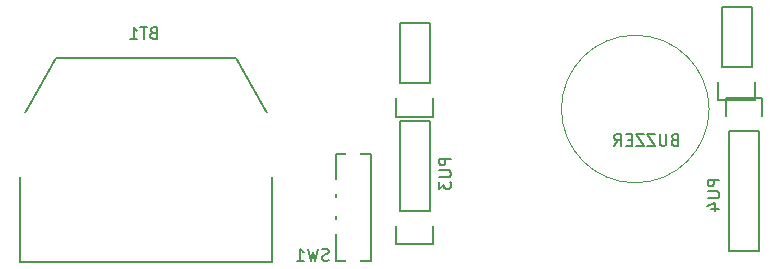
<source format=gbr>
G04 #@! TF.FileFunction,Legend,Bot*
%FSLAX46Y46*%
G04 Gerber Fmt 4.6, Leading zero omitted, Abs format (unit mm)*
G04 Created by KiCad (PCBNEW 4.0.2+dfsg1-stable) date Fri 06 Oct 2017 12:43:40 PM EEST*
%MOMM*%
G01*
G04 APERTURE LIST*
%ADD10C,0.100000*%
%ADD11C,0.150000*%
%ADD12C,1.924000*%
%ADD13R,2.432000X2.127200*%
%ADD14O,2.432000X2.127200*%
%ADD15R,2.127200X2.432000*%
%ADD16O,2.127200X2.432000*%
%ADD17O,0.900000X11.400000*%
%ADD18R,1.670000X5.480000*%
%ADD19R,8.400000X10.400000*%
%ADD20R,1.500000X1.200000*%
%ADD21R,1.500000X1.600000*%
%ADD22R,1.300000X1.600000*%
G04 APERTURE END LIST*
D10*
X155475000Y-67310000D02*
G75*
G03X155475000Y-67310000I-6250000J0D01*
G01*
D11*
X159347500Y-65024000D02*
X159347500Y-66574000D01*
X159347500Y-66574000D02*
X156247500Y-66574000D01*
X156247500Y-66574000D02*
X156247500Y-65024000D01*
X159067500Y-63754000D02*
X159067500Y-58674000D01*
X159067500Y-58674000D02*
X156527500Y-58674000D01*
X156527500Y-58674000D02*
X156527500Y-63754000D01*
X156527500Y-63754000D02*
X159067500Y-63754000D01*
X132106000Y-66421000D02*
X132106000Y-67971000D01*
X132106000Y-67971000D02*
X129006000Y-67971000D01*
X129006000Y-67971000D02*
X129006000Y-66421000D01*
X131826000Y-65151000D02*
X131826000Y-60071000D01*
X131826000Y-60071000D02*
X129286000Y-60071000D01*
X129286000Y-60071000D02*
X129286000Y-65151000D01*
X129286000Y-65151000D02*
X131826000Y-65151000D01*
X131826000Y-75946000D02*
X131826000Y-68326000D01*
X129286000Y-75946000D02*
X129286000Y-68326000D01*
X129006000Y-78766000D02*
X129006000Y-77216000D01*
X131826000Y-68326000D02*
X129286000Y-68326000D01*
X129286000Y-75946000D02*
X131826000Y-75946000D01*
X132106000Y-77216000D02*
X132106000Y-78766000D01*
X132106000Y-78766000D02*
X129006000Y-78766000D01*
X159702500Y-69215000D02*
X159702500Y-79375000D01*
X159702500Y-79375000D02*
X157162500Y-79375000D01*
X157162500Y-79375000D02*
X157162500Y-69215000D01*
X159982500Y-66395000D02*
X159982500Y-67945000D01*
X159702500Y-69215000D02*
X157162500Y-69215000D01*
X156882500Y-67945000D02*
X156882500Y-66395000D01*
X156882500Y-66395000D02*
X159982500Y-66395000D01*
X118427500Y-68427600D02*
X115379500Y-62966600D01*
X118427500Y-80238600D02*
X118427500Y-68427600D01*
X97091500Y-80238600D02*
X97091500Y-68427600D01*
X97091500Y-68427600D02*
X100139500Y-62966600D01*
X107759500Y-80238600D02*
X118364000Y-80238600D01*
X97155000Y-80238600D02*
X107759500Y-80238600D01*
X100139500Y-62966600D02*
X107759500Y-62966600D01*
X107759500Y-62966600D02*
X115379500Y-62966600D01*
X123875800Y-80149700D02*
X126873000Y-80149700D01*
X126873000Y-80149700D02*
X126873000Y-71107300D01*
X123875800Y-71107300D02*
X126873000Y-71107300D01*
X123875800Y-72428100D02*
X123875800Y-80149700D01*
X123875800Y-72428100D02*
X123875800Y-71107300D01*
X152534642Y-69905571D02*
X152391785Y-69953190D01*
X152344166Y-70000810D01*
X152296547Y-70096048D01*
X152296547Y-70238905D01*
X152344166Y-70334143D01*
X152391785Y-70381762D01*
X152487023Y-70429381D01*
X152867976Y-70429381D01*
X152867976Y-69429381D01*
X152534642Y-69429381D01*
X152439404Y-69477000D01*
X152391785Y-69524619D01*
X152344166Y-69619857D01*
X152344166Y-69715095D01*
X152391785Y-69810333D01*
X152439404Y-69857952D01*
X152534642Y-69905571D01*
X152867976Y-69905571D01*
X151867976Y-69429381D02*
X151867976Y-70238905D01*
X151820357Y-70334143D01*
X151772738Y-70381762D01*
X151677500Y-70429381D01*
X151487023Y-70429381D01*
X151391785Y-70381762D01*
X151344166Y-70334143D01*
X151296547Y-70238905D01*
X151296547Y-69429381D01*
X150915595Y-69429381D02*
X150248928Y-69429381D01*
X150915595Y-70429381D01*
X150248928Y-70429381D01*
X149963214Y-69429381D02*
X149296547Y-69429381D01*
X149963214Y-70429381D01*
X149296547Y-70429381D01*
X148915595Y-69905571D02*
X148582261Y-69905571D01*
X148439404Y-70429381D02*
X148915595Y-70429381D01*
X148915595Y-69429381D01*
X148439404Y-69429381D01*
X147439404Y-70429381D02*
X147772738Y-69953190D01*
X148010833Y-70429381D02*
X148010833Y-69429381D01*
X147629880Y-69429381D01*
X147534642Y-69477000D01*
X147487023Y-69524619D01*
X147439404Y-69619857D01*
X147439404Y-69762714D01*
X147487023Y-69857952D01*
X147534642Y-69905571D01*
X147629880Y-69953190D01*
X148010833Y-69953190D01*
X133611881Y-71509095D02*
X132611881Y-71509095D01*
X132611881Y-71890048D01*
X132659500Y-71985286D01*
X132707119Y-72032905D01*
X132802357Y-72080524D01*
X132945214Y-72080524D01*
X133040452Y-72032905D01*
X133088071Y-71985286D01*
X133135690Y-71890048D01*
X133135690Y-71509095D01*
X132611881Y-72509095D02*
X133421405Y-72509095D01*
X133516643Y-72556714D01*
X133564262Y-72604333D01*
X133611881Y-72699571D01*
X133611881Y-72890048D01*
X133564262Y-72985286D01*
X133516643Y-73032905D01*
X133421405Y-73080524D01*
X132611881Y-73080524D01*
X132611881Y-73461476D02*
X132611881Y-74080524D01*
X132992833Y-73747190D01*
X132992833Y-73890048D01*
X133040452Y-73985286D01*
X133088071Y-74032905D01*
X133183310Y-74080524D01*
X133421405Y-74080524D01*
X133516643Y-74032905D01*
X133564262Y-73985286D01*
X133611881Y-73890048D01*
X133611881Y-73604333D01*
X133564262Y-73509095D01*
X133516643Y-73461476D01*
X156344881Y-73287095D02*
X155344881Y-73287095D01*
X155344881Y-73668048D01*
X155392500Y-73763286D01*
X155440119Y-73810905D01*
X155535357Y-73858524D01*
X155678214Y-73858524D01*
X155773452Y-73810905D01*
X155821071Y-73763286D01*
X155868690Y-73668048D01*
X155868690Y-73287095D01*
X155344881Y-74287095D02*
X156154405Y-74287095D01*
X156249643Y-74334714D01*
X156297262Y-74382333D01*
X156344881Y-74477571D01*
X156344881Y-74668048D01*
X156297262Y-74763286D01*
X156249643Y-74810905D01*
X156154405Y-74858524D01*
X155344881Y-74858524D01*
X155678214Y-75763286D02*
X156344881Y-75763286D01*
X155297262Y-75525190D02*
X156011548Y-75287095D01*
X156011548Y-75906143D01*
X108418214Y-60863171D02*
X108275357Y-60910790D01*
X108227738Y-60958410D01*
X108180119Y-61053648D01*
X108180119Y-61196505D01*
X108227738Y-61291743D01*
X108275357Y-61339362D01*
X108370595Y-61386981D01*
X108751548Y-61386981D01*
X108751548Y-60386981D01*
X108418214Y-60386981D01*
X108322976Y-60434600D01*
X108275357Y-60482219D01*
X108227738Y-60577457D01*
X108227738Y-60672695D01*
X108275357Y-60767933D01*
X108322976Y-60815552D01*
X108418214Y-60863171D01*
X108751548Y-60863171D01*
X107894405Y-60386981D02*
X107322976Y-60386981D01*
X107608691Y-61386981D02*
X107608691Y-60386981D01*
X106465833Y-61386981D02*
X107037262Y-61386981D01*
X106751548Y-61386981D02*
X106751548Y-60386981D01*
X106846786Y-60529838D01*
X106942024Y-60625076D01*
X107037262Y-60672695D01*
X123253333Y-80097262D02*
X123110476Y-80144881D01*
X122872380Y-80144881D01*
X122777142Y-80097262D01*
X122729523Y-80049643D01*
X122681904Y-79954405D01*
X122681904Y-79859167D01*
X122729523Y-79763929D01*
X122777142Y-79716310D01*
X122872380Y-79668690D01*
X123062857Y-79621071D01*
X123158095Y-79573452D01*
X123205714Y-79525833D01*
X123253333Y-79430595D01*
X123253333Y-79335357D01*
X123205714Y-79240119D01*
X123158095Y-79192500D01*
X123062857Y-79144881D01*
X122824761Y-79144881D01*
X122681904Y-79192500D01*
X122348571Y-79144881D02*
X122110476Y-80144881D01*
X121919999Y-79430595D01*
X121729523Y-80144881D01*
X121491428Y-79144881D01*
X120586666Y-80144881D02*
X121158095Y-80144881D01*
X120872381Y-80144881D02*
X120872381Y-79144881D01*
X120967619Y-79287738D01*
X121062857Y-79382976D01*
X121158095Y-79430595D01*
%LPC*%
D12*
X146725000Y-67310000D03*
X151725000Y-67310000D03*
D13*
X93599000Y-65024000D03*
D14*
X93599000Y-62484000D03*
X93599000Y-59944000D03*
D13*
X93599000Y-75819000D03*
D14*
X93599000Y-73279000D03*
X93599000Y-70739000D03*
X93599000Y-68199000D03*
D15*
X106807000Y-58293000D03*
D16*
X104267000Y-58293000D03*
X101727000Y-58293000D03*
X99187000Y-58293000D03*
X96647000Y-58293000D03*
D13*
X124714000Y-68961000D03*
D14*
X124714000Y-66421000D03*
X124714000Y-63881000D03*
X124714000Y-61341000D03*
X124714000Y-58801000D03*
D13*
X120840500Y-63627000D03*
D14*
X120840500Y-61087000D03*
X120840500Y-58547000D03*
D13*
X157797500Y-65024000D03*
D14*
X157797500Y-62484000D03*
X157797500Y-59944000D03*
D13*
X130556000Y-66421000D03*
D14*
X130556000Y-63881000D03*
X130556000Y-61341000D03*
D13*
X130556000Y-77216000D03*
D14*
X130556000Y-74676000D03*
X130556000Y-72136000D03*
X130556000Y-69596000D03*
D13*
X121475500Y-66548000D03*
D14*
X121475500Y-69088000D03*
X121475500Y-71628000D03*
X121475500Y-74168000D03*
X121475500Y-76708000D03*
D13*
X158432500Y-67945000D03*
D14*
X158432500Y-70485000D03*
X158432500Y-73025000D03*
X158432500Y-75565000D03*
X158432500Y-78105000D03*
D17*
X127762000Y-62738000D03*
X127762000Y-74803000D03*
D18*
X118757700Y-70358000D03*
X96761300Y-70358000D03*
D19*
X107759500Y-70358000D03*
D20*
X123799000Y-73928500D03*
D21*
X123799000Y-75628500D03*
D22*
X125349000Y-71478500D03*
X125349000Y-79778500D03*
D20*
X123799000Y-77328500D03*
M02*

</source>
